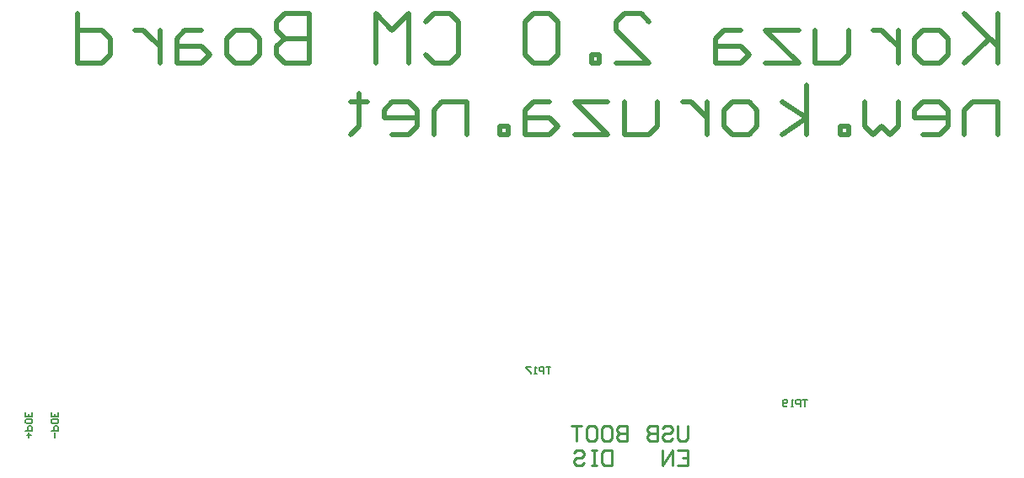
<source format=gbo>
G04 Layer_Color=32896*
%FSAX25Y25*%
%MOIN*%
G70*
G01*
G75*
%ADD47C,0.01969*%
%ADD93C,0.00787*%
%ADD95C,0.01000*%
D47*
X0974782Y0313736D02*
Y0294057D01*
Y0300617D01*
X0961662Y0313736D01*
X0971502Y0303897D01*
X0961662Y0294057D01*
X0951823D02*
X0945263D01*
X0941984Y0297337D01*
Y0303897D01*
X0945263Y0307176D01*
X0951823D01*
X0955103Y0303897D01*
Y0297337D01*
X0951823Y0294057D01*
X0935424Y0307176D02*
Y0294057D01*
Y0300617D01*
X0932144Y0303897D01*
X0928865Y0307176D01*
X0925585D01*
X0915746D02*
Y0297337D01*
X0912466Y0294057D01*
X0902626D01*
Y0307176D01*
X0896067D02*
X0882948D01*
X0896067Y0294057D01*
X0882948D01*
X0873108Y0307176D02*
X0866549D01*
X0863269Y0303897D01*
Y0294057D01*
X0873108D01*
X0876388Y0297337D01*
X0873108Y0300617D01*
X0863269D01*
X0823912Y0294057D02*
X0837031D01*
X0823912Y0307176D01*
Y0310456D01*
X0827191Y0313736D01*
X0833751D01*
X0837031Y0310456D01*
X0817352Y0294057D02*
Y0297337D01*
X0814072D01*
Y0294057D01*
X0817352D01*
X0800953Y0310456D02*
X0797673Y0313736D01*
X0791114D01*
X0787834Y0310456D01*
Y0297337D01*
X0791114Y0294057D01*
X0797673D01*
X0800953Y0297337D01*
Y0310456D01*
X0748477D02*
X0751756Y0313736D01*
X0758316D01*
X0761596Y0310456D01*
Y0297337D01*
X0758316Y0294057D01*
X0751756D01*
X0748477Y0297337D01*
X0741917Y0294057D02*
Y0313736D01*
X0735358Y0307176D01*
X0728798Y0313736D01*
Y0294057D01*
X0702560Y0313736D02*
Y0294057D01*
X0692720D01*
X0689441Y0297337D01*
Y0300617D01*
X0692720Y0303897D01*
X0702560D01*
X0692720D01*
X0689441Y0307176D01*
Y0310456D01*
X0692720Y0313736D01*
X0702560D01*
X0679601Y0294057D02*
X0673042D01*
X0669762Y0297337D01*
Y0303897D01*
X0673042Y0307176D01*
X0679601D01*
X0682881Y0303897D01*
Y0297337D01*
X0679601Y0294057D01*
X0659923Y0307176D02*
X0653363D01*
X0650083Y0303897D01*
Y0294057D01*
X0659923D01*
X0663202Y0297337D01*
X0659923Y0300617D01*
X0650083D01*
X0643524Y0307176D02*
Y0294057D01*
Y0300617D01*
X0640244Y0303897D01*
X0636964Y0307176D01*
X0633684D01*
X0610726Y0313736D02*
Y0294057D01*
X0620565D01*
X0623845Y0297337D01*
Y0303897D01*
X0620565Y0307176D01*
X0610726D01*
X0974782Y0265719D02*
Y0278838D01*
X0964942D01*
X0961662Y0275558D01*
Y0265719D01*
X0945263D02*
X0951823D01*
X0955103Y0268998D01*
Y0275558D01*
X0951823Y0278838D01*
X0945263D01*
X0941984Y0275558D01*
Y0272278D01*
X0955103D01*
X0935424Y0278838D02*
Y0268998D01*
X0932144Y0265719D01*
X0928865Y0268998D01*
X0925585Y0265719D01*
X0922305Y0268998D01*
Y0278838D01*
X0915746Y0265719D02*
Y0268998D01*
X0912466D01*
Y0265719D01*
X0915746D01*
X0899347D02*
Y0285397D01*
Y0272278D02*
X0889507Y0278838D01*
X0899347Y0272278D02*
X0889507Y0265719D01*
X0876388D02*
X0869829D01*
X0866549Y0268998D01*
Y0275558D01*
X0869829Y0278838D01*
X0876388D01*
X0879668Y0275558D01*
Y0268998D01*
X0876388Y0265719D01*
X0859989Y0278838D02*
Y0265719D01*
Y0272278D01*
X0856709Y0275558D01*
X0853430Y0278838D01*
X0850150D01*
X0840310D02*
Y0268998D01*
X0837031Y0265719D01*
X0827191D01*
Y0278838D01*
X0820632D02*
X0807513D01*
X0820632Y0265719D01*
X0807513D01*
X0797673Y0278838D02*
X0791114D01*
X0787834Y0275558D01*
Y0265719D01*
X0797673D01*
X0800953Y0268998D01*
X0797673Y0272278D01*
X0787834D01*
X0781275Y0265719D02*
Y0268998D01*
X0777995D01*
Y0265719D01*
X0781275D01*
X0764876D02*
Y0278838D01*
X0755036D01*
X0751756Y0275558D01*
Y0265719D01*
X0735358D02*
X0741917D01*
X0745197Y0268998D01*
Y0275558D01*
X0741917Y0278838D01*
X0735358D01*
X0732078Y0275558D01*
Y0272278D01*
X0745197D01*
X0722238Y0282117D02*
Y0278838D01*
X0725518D01*
X0718959D01*
X0722238D01*
Y0268998D01*
X0718959Y0265719D01*
D93*
X0899500Y0160755D02*
X0897663D01*
X0898582D01*
Y0158000D01*
X0896745D02*
Y0160755D01*
X0895368D01*
X0894908Y0160296D01*
Y0159378D01*
X0895368Y0158918D01*
X0896745D01*
X0893990Y0158000D02*
X0893072D01*
X0893531D01*
Y0160755D01*
X0893990Y0160296D01*
X0891694Y0158459D02*
X0891235Y0158000D01*
X0890317D01*
X0889857Y0158459D01*
Y0160296D01*
X0890317Y0160755D01*
X0891235D01*
X0891694Y0160296D01*
Y0159837D01*
X0891235Y0159378D01*
X0889857D01*
X0798000Y0173755D02*
X0796163D01*
X0797082D01*
Y0171000D01*
X0795245D02*
Y0173755D01*
X0793867D01*
X0793408Y0173296D01*
Y0172378D01*
X0793867Y0171918D01*
X0795245D01*
X0792490Y0171000D02*
X0791572D01*
X0792031D01*
Y0173755D01*
X0792490Y0173296D01*
X0790194Y0173755D02*
X0788357D01*
Y0173296D01*
X0790194Y0171459D01*
Y0171000D01*
X0591628Y0145750D02*
Y0147587D01*
X0592546Y0146668D02*
X0590709D01*
X0590250Y0148505D02*
X0593005D01*
Y0149882D01*
X0592546Y0150342D01*
X0591628D01*
X0591168Y0149882D01*
Y0148505D01*
X0593005Y0152638D02*
Y0151719D01*
X0592546Y0151260D01*
X0590709D01*
X0590250Y0151719D01*
Y0152638D01*
X0590709Y0153097D01*
X0592546D01*
X0593005Y0152638D01*
Y0155852D02*
Y0154015D01*
X0590250D01*
Y0155852D01*
X0591628Y0154015D02*
Y0154933D01*
X0601877Y0145750D02*
Y0147587D01*
X0600500Y0148505D02*
X0603255D01*
Y0149882D01*
X0602796Y0150342D01*
X0601877D01*
X0601418Y0149882D01*
Y0148505D01*
X0603255Y0152638D02*
Y0151719D01*
X0602796Y0151260D01*
X0600959D01*
X0600500Y0151719D01*
Y0152638D01*
X0600959Y0153097D01*
X0602796D01*
X0603255Y0152638D01*
Y0155852D02*
Y0154015D01*
X0600500D01*
Y0155852D01*
X0601877Y0154015D02*
Y0154933D01*
D95*
X0852250Y0150346D02*
Y0145347D01*
X0851250Y0144348D01*
X0849251D01*
X0848251Y0145347D01*
Y0150346D01*
X0842253Y0149346D02*
X0843253Y0150346D01*
X0845252D01*
X0846252Y0149346D01*
Y0148346D01*
X0845252Y0147347D01*
X0843253D01*
X0842253Y0146347D01*
Y0145347D01*
X0843253Y0144348D01*
X0845252D01*
X0846252Y0145347D01*
X0840254Y0150346D02*
Y0144348D01*
X0837255D01*
X0836255Y0145347D01*
Y0146347D01*
X0837255Y0147347D01*
X0840254D01*
X0837255D01*
X0836255Y0148346D01*
Y0149346D01*
X0837255Y0150346D01*
X0840254D01*
X0828258D02*
Y0144348D01*
X0825259D01*
X0824259Y0145347D01*
Y0146347D01*
X0825259Y0147347D01*
X0828258D01*
X0825259D01*
X0824259Y0148346D01*
Y0149346D01*
X0825259Y0150346D01*
X0828258D01*
X0819261D02*
X0821260D01*
X0822260Y0149346D01*
Y0145347D01*
X0821260Y0144348D01*
X0819261D01*
X0818261Y0145347D01*
Y0149346D01*
X0819261Y0150346D01*
X0813263D02*
X0815262D01*
X0816262Y0149346D01*
Y0145347D01*
X0815262Y0144348D01*
X0813263D01*
X0812263Y0145347D01*
Y0149346D01*
X0813263Y0150346D01*
X0810264D02*
X0806265D01*
X0808264D01*
Y0144348D01*
X0848251Y0140748D02*
X0852250D01*
Y0134750D01*
X0848251D01*
X0852250Y0137749D02*
X0850251D01*
X0846252Y0134750D02*
Y0140748D01*
X0842253Y0134750D01*
Y0140748D01*
X0822260D02*
Y0134750D01*
X0819261D01*
X0818261Y0135750D01*
Y0139748D01*
X0819261Y0140748D01*
X0822260D01*
X0816262D02*
X0814262D01*
X0815262D01*
Y0134750D01*
X0816262D01*
X0814262D01*
X0807265Y0139748D02*
X0808264Y0140748D01*
X0810264D01*
X0811263Y0139748D01*
Y0138749D01*
X0810264Y0137749D01*
X0808264D01*
X0807265Y0136749D01*
Y0135750D01*
X0808264Y0134750D01*
X0810264D01*
X0811263Y0135750D01*
M02*

</source>
